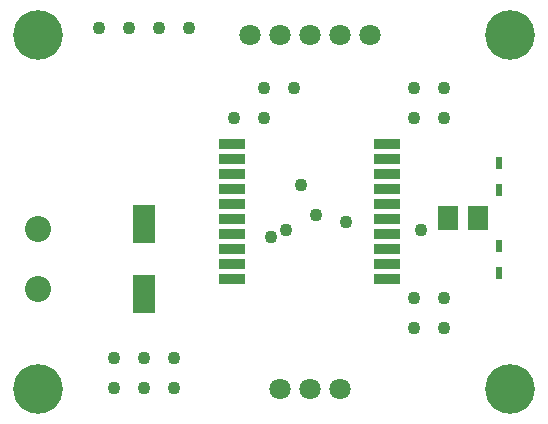
<source format=gts>
%FSTAX24Y24*%
%MOIN*%
%SFA1B1*%

%IPPOS*%
%ADD25R,0.073000X0.128100*%
%ADD26R,0.067100X0.078900*%
%ADD27R,0.088700X0.033600*%
%ADD28R,0.023700X0.039500*%
%ADD29C,0.086700*%
%ADD30C,0.071000*%
%ADD31C,0.043400*%
%ADD32C,0.165500*%
%LNbldc_driver-1*%
%LPD*%
G54D25*
X005512Y00747D03*
Y005128D03*
G54D26*
X016654Y007677D03*
X01563D03*
G54D27*
X013612Y005624D03*
Y006124D03*
Y006624D03*
Y007124D03*
Y007624D03*
Y008124D03*
Y008624D03*
Y009124D03*
Y009624D03*
Y010124D03*
X008435Y005624D03*
Y006124D03*
Y006624D03*
Y007124D03*
Y007624D03*
Y008124D03*
Y008624D03*
Y009124D03*
Y009624D03*
Y010124D03*
G54D28*
X017323Y005846D03*
Y006752D03*
Y008602D03*
Y009508D03*
G54D29*
X001969Y005299D03*
Y007299D03*
G54D30*
X009024Y01378D03*
X011024D03*
X012024D03*
X013024D03*
X010024D03*
X012024Y001969D03*
X011024D03*
X010024D03*
G54D31*
X00975Y007031D03*
X01025Y007282D03*
X01475D03*
X01225Y007531D03*
X01125Y007782D03*
X01075Y008781D03*
X0145Y012D03*
X0155D03*
Y011D03*
X0045Y002D03*
X0055D03*
X0065D03*
X0045Y003D03*
X0055D03*
X0065D03*
X0145Y004D03*
X0155D03*
Y005D03*
X0145D03*
Y011D03*
X0085D03*
X0095D03*
Y012D03*
X0105D03*
X004Y014D03*
X005D03*
X006D03*
X007D03*
G54D32*
X001969Y001969D03*
Y01378D03*
X017717D03*
Y001969D03*
M02*
</source>
